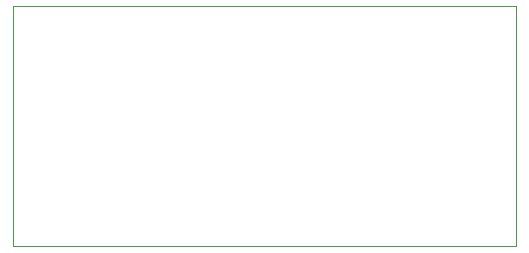
<source format=gko>
%TF.GenerationSoftware,KiCad,Pcbnew,7.0.6*%
%TF.CreationDate,2023-12-29T14:00:24-07:00*%
%TF.ProjectId,SparkFun_RGB_CBI_Example,53706172-6b46-4756-9e5f-5247425f4342,rev?*%
%TF.SameCoordinates,Original*%
%TF.FileFunction,Soldermask,Bot*%
%TF.FilePolarity,Negative*%
%FSLAX46Y46*%
G04 Gerber Fmt 4.6, Leading zero omitted, Abs format (unit mm)*
G04 Created by KiCad (PCBNEW 7.0.6) date 2023-12-29 14:00:24*
%MOMM*%
%LPD*%
G01*
G04 APERTURE LIST*
%TA.AperFunction,Profile*%
%ADD10C,0.100000*%
%TD*%
G04 APERTURE END LIST*
D10*
X0Y20320000D02*
X42545000Y20320000D01*
X42545000Y0D01*
X0Y0D01*
X0Y20320000D01*
M02*

</source>
